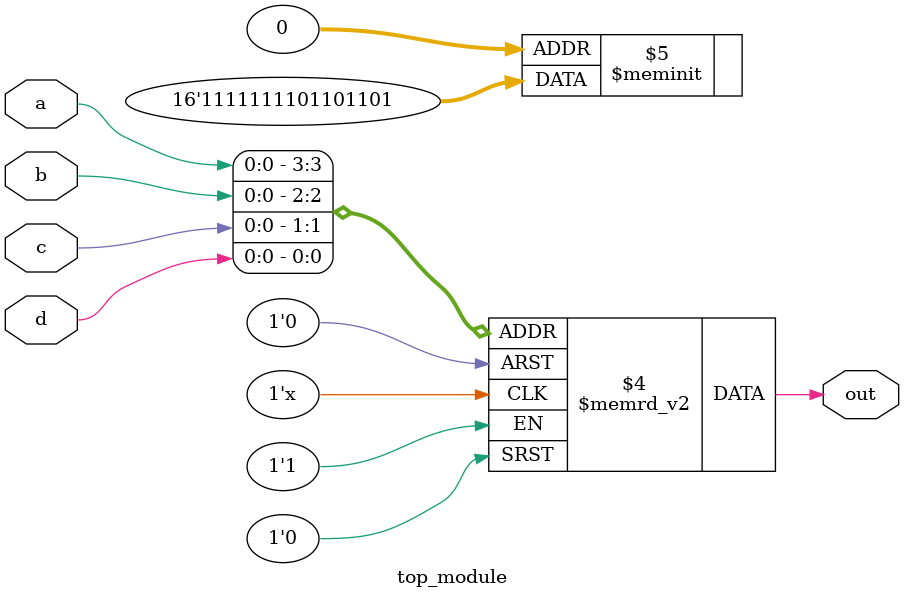
<source format=sv>
module top_module (
    input a, 
    input b,
    input c,
    input d,
    output reg out
);

	always @(*)
	begin
		case({a,b,c,d})
			4'b0000: out = 1'b1;
			4'b0001: out = 1'b0;
			4'b0010: out = 1'b1;
			4'b0011: out = 1'b1;
			4'b0100: out = 1'b0;
			4'b0101: out = 1'b1;
			4'b0110: out = 1'b1;
			4'b0111: out = 1'b0;
			4'b1000: out = 1'b1;
			4'b1001: out = 1'b1;
			4'b1010: out = 1'b1;
			4'b1011: out = 1'b1;
			4'b1100: out = 1'b1;
			4'b1101: out = 1'b1;
			4'b1110: out = 1'b1;
			default: out = 1'b1;
		endcase
	end

endmodule

</source>
